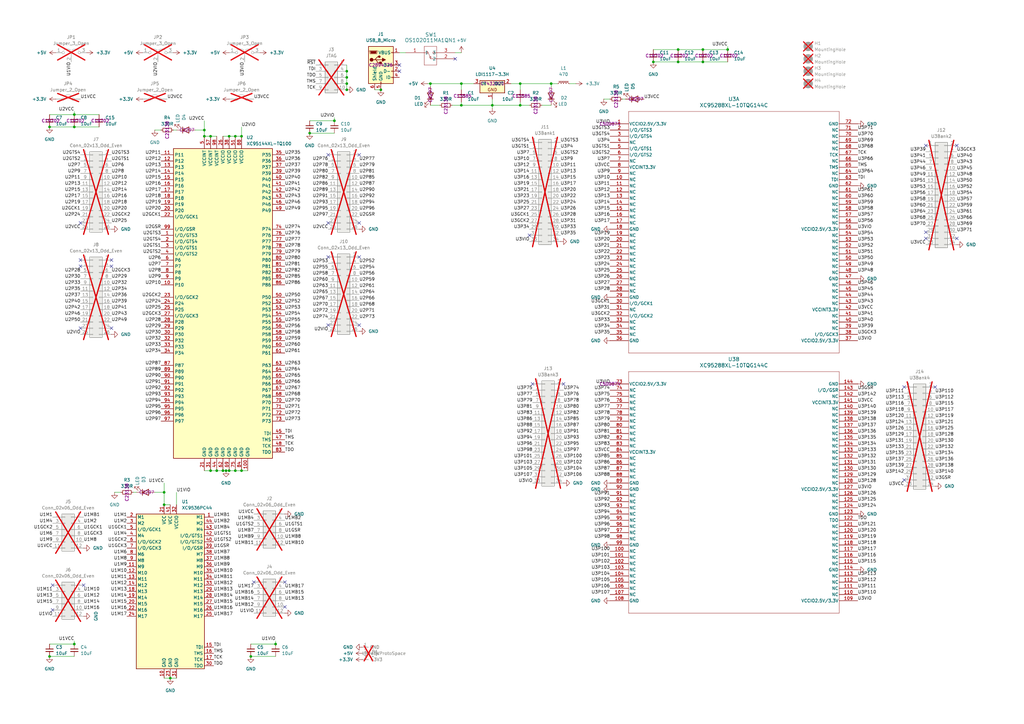
<source format=kicad_sch>
(kicad_sch (version 20250114) (generator "eeschema") (generator_version "9.0")
  (paper "A3")
  (title_block (title "Xilinx CPLD Dev Board for XC95xxXL devices") (date "2025-06-13") (rev "V1.0.0"))
  (junction (at 86.36 193.04))
  (junction (at 93.98 55.88))
  (junction (at 20.32 269.24))
  (junction (at 69.85 278.13))
  (junction (at 213.36 43.18))
  (junction (at 288.29 25.4))
  (junction (at 142.24 29.21))
  (junction (at 189.23 34.29))
  (junction (at 201.93 43.18))
  (junction (at 176.53 34.29))
  (junction (at 226.06 34.29))
  (junction (at 83.82 53.34))
  (junction (at 30.48 52.07))
  (junction (at 102.87 269.24))
  (junction (at 142.24 31.75))
  (junction (at 156.21 36.83))
  (junction (at 91.44 193.04))
  (junction (at 83.82 55.88))
  (junction (at 67.31 201.93))
  (junction (at 298.45 20.32))
  (junction (at 189.23 43.18))
  (junction (at 278.13 25.4))
  (junction (at 288.29 20.32))
  (junction (at 127 54.61))
  (junction (at 88.9 193.04))
  (junction (at 99.06 55.88))
  (junction (at 142.24 34.29))
  (junction (at 137.16 49.53))
  (junction (at 30.48 46.99))
  (junction (at 278.13 20.32))
  (junction (at 30.48 264.16))
  (junction (at 99.06 193.04))
  (junction (at 213.36 34.29))
  (junction (at 86.36 55.88))
  (junction (at 267.97 25.4))
  (junction (at 113.03 264.16))
  (junction (at 92.71 193.04))
  (junction (at 96.52 193.04))
  (junction (at 20.32 52.07))
  (junction (at 142.24 36.83))
  (junction (at 67.31 207.01))
  (junction (at 96.52 55.88))
  (junction (at 93.98 193.04))
  (no_connect (at 231.14 157.48))
  (no_connect (at 33.02 109.22))
  (no_connect (at 21.59 240.03))
  (no_connect (at 45.72 134.62))
  (no_connect (at 147.32 133.35))
  (no_connect (at 392.43 59.69))
  (no_connect (at 147.32 105.41))
  (no_connect (at 147.32 63.5))
  (no_connect (at 379.73 97.79))
  (no_connect (at 134.62 91.44))
  (no_connect (at 34.29 240.03))
  (no_connect (at 163.83 26.67))
  (no_connect (at 379.73 59.69))
  (no_connect (at 104.14 238.76))
  (no_connect (at 370.84 196.85))
  (no_connect (at 21.59 250.19))
  (no_connect (at 45.72 106.68))
  (no_connect (at 33.02 134.62))
  (no_connect (at 218.44 157.48))
  (no_connect (at 33.02 106.68))
  (no_connect (at 33.02 91.44))
  (no_connect (at 186.69 24.13))
  (no_connect (at 116.84 238.76))
  (no_connect (at 134.62 133.35))
  (no_connect (at 217.17 96.52))
  (no_connect (at 116.84 248.92))
  (no_connect (at 134.62 105.41))
  (no_connect (at 392.43 97.79))
  (no_connect (at 147.32 91.44))
  (no_connect (at 383.54 158.75))
  (no_connect (at 370.84 158.75))
  (no_connect (at 134.62 63.5))
  (no_connect (at 45.72 109.22))
  (no_connect (at 379.73 95.25))
  (no_connect (at 163.83 29.21))
  (wire (pts (xy 30.48 52.07) (xy 20.32 52.07)))
  (wire (pts (xy 99.06 193.04) (xy 101.6 193.04)))
  (wire (pts (xy 30.48 269.24) (xy 20.32 269.24)))
  (wire (pts (xy 189.23 36.83) (xy 189.23 34.29)))
  (wire (pts (xy 127 49.53) (xy 137.16 49.53)))
  (wire (pts (xy 67.31 278.13) (xy 69.85 278.13)))
  (wire (pts (xy 142.24 26.67) (xy 142.24 29.21)))
  (wire (pts (xy 236.22 34.29) (xy 233.68 34.29)))
  (wire (pts (xy 137.16 54.61) (xy 127 54.61)))
  (wire (pts (xy 55.88 201.93) (xy 54.61 201.93)))
  (wire (pts (xy 86.36 55.88) (xy 83.82 55.88)))
  (wire (pts (xy 176.53 43.18) (xy 180.34 43.18)))
  (wire (pts (xy 86.36 193.04) (xy 88.9 193.04)))
  (wire (pts (xy 298.45 19.05) (xy 298.45 20.32)))
  (wire (pts (xy 189.23 41.91) (xy 189.23 43.18)))
  (wire (pts (xy 137.16 48.26) (xy 137.16 49.53)))
  (wire (pts (xy 113.03 269.24) (xy 102.87 269.24)))
  (wire (pts (xy 80.01 53.34) (xy 83.82 53.34)))
  (wire (pts (xy 176.53 34.29) (xy 189.23 34.29)))
  (wire (pts (xy 267.97 20.32) (xy 278.13 20.32)))
  (wire (pts (xy 88.9 55.88) (xy 86.36 55.88)))
  (wire (pts (xy 102.87 264.16) (xy 113.03 264.16)))
  (wire (pts (xy 142.24 29.21) (xy 142.24 31.75)))
  (wire (pts (xy 189.23 43.18) (xy 201.93 43.18)))
  (wire (pts (xy 20.32 264.16) (xy 30.48 264.16)))
  (wire (pts (xy 83.82 49.53) (xy 83.82 53.34)))
  (wire (pts (xy 93.98 55.88) (xy 96.52 55.88)))
  (wire (pts (xy 40.64 52.07) (xy 30.48 52.07)))
  (wire (pts (xy 226.06 35.56) (xy 226.06 34.29)))
  (wire (pts (xy 93.98 193.04) (xy 96.52 193.04)))
  (wire (pts (xy 92.71 193.04) (xy 93.98 193.04)))
  (wire (pts (xy 185.42 43.18) (xy 189.23 43.18)))
  (wire (pts (xy 30.48 46.99) (xy 40.64 46.99)))
  (wire (pts (xy 91.44 55.88) (xy 93.98 55.88)))
  (wire (pts (xy 213.36 43.18) (xy 217.17 43.18)))
  (wire (pts (xy 142.24 31.75) (xy 142.24 34.29)))
  (wire (pts (xy 189.23 34.29) (xy 194.31 34.29)))
  (wire (pts (xy 166.37 21.59) (xy 163.83 21.59)))
  (wire (pts (xy 175.26 34.29) (xy 176.53 34.29)))
  (wire (pts (xy 176.53 35.56) (xy 176.53 34.29)))
  (wire (pts (xy 30.48 262.89) (xy 30.48 264.16)))
  (wire (pts (xy 247.65 40.64) (xy 250.19 40.64)))
  (wire (pts (xy 213.36 36.83) (xy 213.36 34.29)))
  (wire (pts (xy 20.32 46.99) (xy 30.48 46.99)))
  (wire (pts (xy 228.6 34.29) (xy 226.06 34.29)))
  (wire (pts (xy 72.39 201.93) (xy 72.39 207.01)))
  (wire (pts (xy 213.36 34.29) (xy 209.55 34.29)))
  (wire (pts (xy 298.45 25.4) (xy 288.29 25.4)))
  (wire (pts (xy 83.82 53.34) (xy 83.82 55.88)))
  (wire (pts (xy 46.99 201.93) (xy 49.53 201.93)))
  (wire (pts (xy 113.03 262.89) (xy 113.03 264.16)))
  (wire (pts (xy 256.54 40.64) (xy 255.27 40.64)))
  (wire (pts (xy 201.93 43.18) (xy 213.36 43.18)))
  (wire (pts (xy 30.48 45.72) (xy 30.48 46.99)))
  (wire (pts (xy 67.31 198.12) (xy 67.31 201.93)))
  (wire (pts (xy 67.31 201.93) (xy 67.31 207.01)))
  (wire (pts (xy 96.52 193.04) (xy 99.06 193.04)))
  (wire (pts (xy 153.67 36.83) (xy 156.21 36.83)))
  (wire (pts (xy 63.5 53.34) (xy 66.04 53.34)))
  (wire (pts (xy 63.5 201.93) (xy 67.31 201.93)))
  (wire (pts (xy 83.82 193.04) (xy 86.36 193.04)))
  (wire (pts (xy 222.25 43.18) (xy 226.06 43.18)))
  (wire (pts (xy 213.36 41.91) (xy 213.36 43.18)))
  (wire (pts (xy 91.44 193.04) (xy 92.71 193.04)))
  (wire (pts (xy 226.06 34.29) (xy 213.36 34.29)))
  (wire (pts (xy 201.93 44.45) (xy 201.93 43.18)))
  (wire (pts (xy 69.85 207.01) (xy 67.31 207.01)))
  (wire (pts (xy 96.52 55.88) (xy 99.06 55.88)))
  (wire (pts (xy 278.13 25.4) (xy 267.97 25.4)))
  (wire (pts (xy 186.69 21.59) (xy 189.23 21.59)))
  (wire (pts (xy 69.85 278.13) (xy 72.39 278.13)))
  (wire (pts (xy 72.39 53.34) (xy 71.12 53.34)))
  (wire (pts (xy 288.29 20.32) (xy 298.45 20.32)))
  (wire (pts (xy 288.29 25.4) (xy 278.13 25.4)))
  (wire (pts (xy 278.13 20.32) (xy 288.29 20.32)))
  (wire (pts (xy 201.93 43.18) (xy 201.93 40.64)))
  (wire (pts (xy 142.24 34.29) (xy 142.24 36.83)))
  (wire (pts (xy 99.06 52.07) (xy 99.06 55.88)))
  (wire (pts (xy 88.9 193.04) (xy 91.44 193.04)))
  (label "U3P24" (at 250.19 109.22 180))
  (label "U1GCK3" (at 34.29 219.71 0))
  (label "U3P56" (at 379.73 80.01 180))
  (label "U3P95" (at 231.14 182.88 0))
  (label "U2P25" (at 45.72 91.44 0))
  (label "U3P82" (at 250.19 180.34 180))
  (label "U2P36" (at 45.72 121.92 0))
  (label "U3P54" (at 392.43 80.01 0))
  (label "U2P67" (at 134.62 123.19 180))
  (label "U2P58" (at 116.84 137.16 0))
  (label "U2P78" (at 116.84 101.6 0))
  (label "U3P96" (at 250.19 215.9 180))
  (label "U2P68" (at 116.84 162.56 0))
  (label "U3P7" (at 217.17 63.5 180))
  (label "U1VIO" (at 113.03 262.89 180))
  (label "U3P43" (at 351.79 124.46 0))
  (label "U3P49" (at 351.79 109.22 0))
  (label "U2P33" (at 66.04 142.24 180))
  (label "U3P69" (at 351.79 58.42 0))
  (label "U2GTS3" (at 45.72 63.5 0))
  (label "U3P48" (at 392.43 72.39 0))
  (label "TDI" (at 87.63 265.43 0))
  (label "U3P33" (at 229.87 93.98 0))
  (label "U1M4" (at 21.59 214.63 180))
  (label "U3P97" (at 231.14 185.42 0))
  (label "U3P124" (at 370.84 173.99 180))
  (label "U2P12" (at 66.04 66.04 180))
  (label "TMS" (at 351.79 68.58 0))
  (label "U3P57" (at 392.43 82.55 0))
  (label "U3P130" (at 383.54 181.61 0))
  (label "U3P22" (at 250.19 104.14 180))
  (label "U1VCC" (at 30.48 262.89 180))
  (label "U2P50" (at 116.84 121.92 0))
  (label "U2GTS1" (at 66.04 101.6 180))
  (label "U3P50" (at 392.43 74.93 0))
  (label "U3P58" (at 351.79 86.36 0))
  (label "U3P110" (at 383.54 161.29 0))
  (label "U2P7" (at 33.02 68.58 180))
  (label "U3P22" (at 229.87 81.28 0))
  (label "U2P89" (at 66.04 152.4 180))
  (label "U1MB15" (at 87.63 247.65 0))
  (label "U3P10" (at 217.17 66.04 180))
  (label "U3P70" (at 351.79 55.88 0))
  (label "U2GTS2" (at 66.04 104.14 180))
  (label "U2P82" (at 134.62 73.66 180))
  (label "U2P40" (at 116.84 73.66 0))
  (label "U3GSR" (at 351.79 160.02 0))
  (label "U2P81" (at 116.84 109.22 0))
  (label "U1MB11" (at 104.14 223.52 180))
  (label "U1M8" (at 34.29 222.25 0))
  (label "U2P37" (at 116.84 68.58 0))
  (label "U3P86" (at 218.44 172.72 180))
  (label "U3P23" (at 217.17 81.28 180))
  (label "U3P139" (at 370.84 191.77 180))
  (label "U3P45" (at 351.79 119.38 0))
  (label "U2P29" (at 66.04 134.62 180))
  (label "U2P82" (at 116.84 111.76 0))
  (label "U3P61" (at 392.43 87.63 0))
  (label "U2P11" (at 33.02 73.66 180))
  (label "U1MB17" (at 87.63 252.73 0))
  (label "U3P9" (at 229.87 66.04 0))
  (label "U3P14" (at 217.17 71.12 180))
  (label "U3VCC" (at 370.84 199.39 180))
  (label "U2P42" (at 116.84 78.74 0))
  (label "U2P14" (at 45.72 78.74 0))
  (label "U2P61" (at 147.32 118.11 0))
  (label "U2P30" (at 66.04 137.16 180))
  (label "U2VIO" (at 134.62 135.89 180))
  (label "U2P80" (at 134.62 71.12 180))
  (label "U3P34" (at 217.17 93.98 180))
  (label "U3P104" (at 231.14 193.04 0))
  (label "U3VIO" (at 100.33 25.4 270))
  (label "U3P60" (at 351.79 81.28 0))
  (label "U1MB1" (at 34.29 212.09 0))
  (label "U2P43" (at 116.84 81.28 0))
  (label "U3P129" (at 370.84 179.07 180))
  (label "U1M2" (at 52.07 214.63 180))
  (label "U1VIO" (at 104.14 251.46 180))
  (label "U2P6" (at 45.72 68.58 0))
  (label "U3VIO" (at 351.79 200.66 0))
  (label "U2P95" (at 66.04 167.64 180))
  (label "U1M12" (at 52.07 240.03 180))
  (label "U3P116" (at 370.84 166.37 180))
  (label "U3P44" (at 351.79 121.92 0))
  (label "U2P70" (at 134.62 125.73 180))
  (label "U3P131" (at 370.84 181.61 180))
  (label "U2P72" (at 134.62 128.27 180))
  (label "U3P121" (at 351.79 215.9 0))
  (label "U2P74" (at 116.84 93.98 0))
  (label "U2VCC" (at 30.48 45.72 180))
  (label "U2P11" (at 66.04 63.5 180))
  (label "U3VIO" (at 351.79 246.38 0))
  (label "U3P124" (at 351.79 208.28 0))
  (label "U3P140" (at 351.79 167.64 0))
  (label "U3P81" (at 218.44 167.64 180))
  (label "U2P87" (at 66.04 149.86 180))
  (label "U3VIO" (at 351.79 93.98 0))
  (label "U3P128" (at 351.79 198.12 0))
  (label "U3P45" (at 392.43 69.85 0))
  (label "U3P14" (at 250.19 83.82 180))
  (label "U3P97" (at 250.19 218.44 180))
  (label "U1M11" (at 52.07 237.49 180))
  (label "U2P19" (at 33.02 83.82 180))
  (label "U3P96" (at 218.44 182.88 180))
  (label "U1M13" (at 52.07 242.57 180))
  (label "U3P78" (at 231.14 165.1 0))
  (label "U1M10" (at 34.29 242.57 0))
  (label "U1VCC" (at 104.14 210.82 180))
  (label "U3GCK2" (at 217.17 91.44 180))
  (label "U2P41" (at 116.84 76.2 0))
  (label "U1M12" (at 34.29 245.11 0))
  (label "U3P34" (at 250.19 134.62 180))
  (label "U3P131" (at 351.79 190.5 0))
  (label "U1MB1" (at 87.63 212.09 0))
  (label "U3P11" (at 229.87 68.58 0))
  (label "U3P98" (at 218.44 185.42 180))
  (label "TCK" (at 116.84 182.88 0))
  (label "U3P54" (at 351.79 96.52 0))
  (label "U2P87" (at 147.32 76.2 0))
  (label "U2P91" (at 66.04 157.48 180))
  (label "U3VCC" (at 104.14 40.64 0))
  (label "U2P49" (at 45.72 132.08 0))
  (label "U3VIO" (at 351.79 139.7 0))
  (label "U2P17" (at 66.04 78.74 180))
  (label "U2P34" (at 66.04 144.78 180))
  (label "U3P116" (at 351.79 228.6 0))
  (label "U2P10" (at 66.04 116.84 180))
  (label "U3P41" (at 379.73 64.77 180))
  (label "U3P138" (at 383.54 191.77 0))
  (label "U3P136" (at 383.54 189.23 0))
  (label "U3P23" (at 250.19 106.68 180))
  (label "U3VCC" (at 250.19 68.58 180))
  (label "U1GTS1" (at 87.63 219.71 0))
  (label "TMS" (at 116.84 180.34 0))
  (label "U3P129" (at 351.79 195.58 0))
  (label "U3P105" (at 250.19 238.76 180))
  (label "U2P90" (at 147.32 78.74 0))
  (label "U3P125" (at 383.54 176.53 0))
  (label "U1M2" (at 34.29 214.63 0))
  (label "U2P91" (at 134.62 81.28 180))
  (label "U2P35" (at 116.84 63.5 0))
  (label "U1VCC" (at 67.31 198.12 180))
  (label "U1MB10" (at 87.63 234.95 0))
  (label "U2P14" (at 66.04 71.12 180))
  (label "U3P57" (at 351.79 88.9 0))
  (label "U3VIO" (at 218.44 198.12 180))
  (label "U1MB10" (at 116.84 223.52 0))
  (label "U3P13" (at 250.19 81.28 180))
  (label "U2P66" (at 147.32 123.19 0))
  (label "U2P86" (at 134.62 76.2 180))
  (label "U2P50" (at 33.02 132.08 180))
  (label "U3P87" (at 231.14 175.26 0))
  (label "U3P40" (at 351.79 132.08 0))
  (label "U1M15" (at 21.59 247.65 180))
  (label "U3P31" (at 250.19 127 180))
  (label "U3GTS2" (at 250.19 63.5 180))
  (label "U2P60" (at 134.62 115.57 180))
  (label "U2P55" (at 116.84 132.08 0))
  (label "U2VCC" (at 68.58 40.64 0))
  (label "U2P96" (at 66.04 170.18 180))
  (label "U3P27" (at 250.19 116.84 180))
  (label "U3P11" (at 250.19 76.2 180))
  (label "U3P26" (at 250.19 114.3 180))
  (label "U2P77" (at 116.84 99.06 0))
  (label "U1GCK1" (at 52.07 217.17 180))
  (label "U3P75" (at 250.19 162.56 180))
  (label "U2P43" (at 45.72 129.54 0))
  (label "U2GTS3" (at 66.04 96.52 180))
  (label "U1MB2" (at 116.84 213.36 0))
  (label "U3GCK1" (at 250.19 124.46 180))
  (label "U2P92" (at 147.32 81.28 0))
  (label "U2P17" (at 33.02 81.28 180))
  (label "U2VCC" (at 83.82 49.53 180))
  (label "U1M1" (at 21.59 212.09 180))
  (label "U2P90" (at 66.04 154.94 180))
  (label "U2P79" (at 116.84 104.14 0))
  (label "U3GTS3" (at 250.19 53.34 180))
  (label "U3P15" (at 229.87 73.66 0))
  (label "U3P12" (at 217.17 68.58 180))
  (label "U3VCC" (at 250.19 185.42 180))
  (label "U3P56" (at 351.79 91.44 0))
  (label "U1GTS2" (at 104.14 215.9 180))
  (label "U2P13" (at 66.04 68.58 180))
  (label "U3P85" (at 250.19 187.96 180))
  (label "U3P136" (at 351.79 177.8 0))
  (label "U2P72" (at 116.84 170.18 0))
  (label "U3GTS1" (at 250.19 60.96 180))
  (label "U2P18" (at 66.04 81.28 180))
  (label "U2P77" (at 147.32 66.04 0))
  (label "U2P52" (at 147.32 107.95 0))
  (label "U1M16" (at 52.07 250.19 180))
  (label "U2P53" (at 116.84 127 0))
  (label "U1M15" (at 52.07 247.65 180))
  (label "U3P70" (at 379.73 92.71 180))
  (label "U3P76" (at 231.14 162.56 0))
  (label "U1M6" (at 21.59 219.71 180))
  (label "U2P56" (at 116.84 134.62 0))
  (label "U2P96" (at 147.32 86.36 0))
  (label "U3P87" (at 250.19 193.04 180))
  (label "TDO" (at 351.79 213.36 0))
  (label "U2P97" (at 66.04 172.72 180))
  (label "U2VIO" (at 33.02 137.16 180))
  (label "U2P7" (at 66.04 109.22 180))
  (label "U2GCK3" (at 66.04 129.54 180))
  (label "U2P16" (at 66.04 76.2 180))
  (label "U3P92" (at 218.44 177.8 180))
  (label "U2P52" (at 116.84 124.46 0))
  (label "U1MB16" (at 104.14 243.84 180))
  (label "U3P10" (at 250.19 73.66 180))
  (label "U2P40" (at 33.02 124.46 180))
  (label "U3GTS1" (at 217.17 60.96 180))
  (label "U3P100" (at 250.19 226.06 180))
  (label "U2GTS1" (at 45.72 66.04 0))
  (label "U3P115" (at 351.79 231.14 0))
  (label "U2VIO" (at 137.16 48.26 180))
  (label "U2P37" (at 33.02 121.92 180))
  (label "U3P71" (at 392.43 95.25 0))
  (label "U1MB7" (at 104.14 218.44 180))
  (label "U2P30" (at 33.02 114.3 180))
  (label "U3P86" (at 250.19 190.5 180))
  (label "U2P32" (at 66.04 139.7 180))
  (label "U3GSR" (at 383.54 196.85 0))
  (label "U1MB2" (at 87.63 214.63 0))
  (label "U2P60" (at 116.84 142.24 0))
  (label "U3P119" (at 351.79 220.98 0))
  (label "U3P88" (at 250.19 195.58 180))
  (label "U3P134" (at 383.54 186.69 0))
  (label "U3P48" (at 351.79 111.76 0))
  (label "U2P36" (at 116.84 66.04 0))
  (label "U1M6" (at 52.07 227.33 180))
  (label "U3P98" (at 250.19 220.98 180))
  (label "U3P76" (at 250.19 165.1 180))
  (label "U3VCC" (at 264.16 40.64 0))
  (label "U3P20" (at 229.87 78.74 0))
  (label "U1VCC" (at 21.59 224.79 180))
  (label "U2P13" (at 33.02 76.2 180))
  (label "U2P73" (at 147.32 130.81 0))
  (label "U2GTS4" (at 33.02 63.5 180))
  (label "U1MB8" (at 87.63 229.87 0))
  (label "U2P42" (at 33.02 127 180))
  (label "U2P73" (at 116.84 172.72 0))
  (label "U2GCK1" (at 66.04 88.9 180))
  (label "U3P137" (at 370.84 189.23 180))
  (label "U3P71" (at 351.79 53.34 0))
  (label "U1M17" (at 52.07 252.73 180))
  (label "U2P25" (at 66.04 127 180))
  (label "U2P10" (at 45.72 73.66 0))
  (label "U1VIO" (at 72.39 201.93 0))
  (label "U1MB14" (at 104.14 246.38 180))
  (label "U1GSR" (at 116.84 218.44 0))
  (label "U1M9" (at 52.07 232.41 180))
  (label "U2P68" (at 147.32 125.73 0))
  (label "U3P24" (at 229.87 83.82 0))
  (label "U2P35" (at 33.02 119.38 180))
  (label "U3P78" (at 250.19 170.18 180))
  (label "U3P74" (at 231.14 160.02 0))
  (label "U3P53" (at 351.79 99.06 0))
  (label "U1M8" (at 52.07 229.87 180))
  (label "U3P28" (at 229.87 88.9 0))
  (label "U2P55" (at 134.62 110.49 180))
  (label "U2P12" (at 45.72 76.2 0))
  (label "U1MB8" (at 116.84 220.98 0))
  (label "U3P83" (at 250.19 182.88 180))
  (label "U1M11" (at 21.59 242.57 180))
  (label "U3P117" (at 351.79 226.06 0))
  (label "U3P92" (at 250.19 205.74 180))
  (label "U3P113" (at 351.79 236.22 0))
  (label "U3P68" (at 379.73 90.17 180))
  (label "U2P15" (at 66.04 73.66 180))
  (label "U2P46" (at 33.02 129.54 180))
  (label "U3P60" (at 379.73 85.09 180))
  (label "U1VCC" (at 33.02 40.64 0))
  (label "U3GCK3" (at 392.43 62.23 0))
  (label "U1MB17" (at 116.84 241.3 0))
  (label "U1GCK2" (at 21.59 217.17 180))
  (label "U3P35" (at 229.87 96.52 0))
  (label "U1MB13" (at 87.63 242.57 0))
  (label "U3GTS4" (at 217.17 58.42 180))
  (label "U3GCK3" (at 351.79 137.16 0))
  (label "U2P53" (at 134.62 107.95 180))
  (label "U2GCK2" (at 66.04 121.92 180))
  (label "U3P94" (at 250.19 210.82 180))
  (label "U2P41" (at 45.72 127 0))
  (label "U2P8" (at 45.72 71.12 0))
  (label "U1MB11" (at 87.63 237.49 0))
  (label "U1GCK2" (at 52.07 222.25 180))
  (label "U3P51" (at 379.73 74.93 180))
  (label "U1M4" (at 52.07 219.71 180))
  (label "U3P110" (at 351.79 243.84 0))
  (label "U3P75" (at 218.44 160.02 180))
  (label "U1MB16" (at 87.63 250.19 0))
  (label "U3VCC" (at 298.45 19.05 180))
  (label "U3P16" (at 250.19 88.9 180))
  (label "U2P93" (at 134.62 83.82 180))
  (label "U3P135" (at 370.84 186.69 180))
  (label "U3P39" (at 351.79 134.62 0))
  (label "U3P101" (at 218.44 187.96 180))
  (label "U3P100" (at 231.14 187.96 0))
  (label "U3VIO" (at 250.19 157.48 180))
  (label "TCK" (at 87.63 270.51 0))
  (label "U3P125" (at 351.79 205.74 0))
  (label "U3P111" (at 370.84 161.29 180))
  (label "U3P77" (at 250.19 167.64 180))
  (label "U3P41" (at 351.79 129.54 0))
  (label "U3P128" (at 383.54 179.07 0))
  (label "TDI" (at 116.84 177.8 0))
  (label "U2GSR" (at 66.04 93.98 180))
  (label "U2VCC" (at 33.02 93.98 180))
  (label "U2P95" (at 134.62 86.36 180))
  (label "U2P46" (at 116.84 83.82 0))
  (label "U3P28" (at 250.19 119.38 180))
  (label "TDO" (at 129.54 31.75 180))
  (label "U2P58" (at 134.62 113.03 180))
  (label "U3P50" (at 351.79 106.68 0))
  (label "U3P135" (at 351.79 180.34 0))
  (label "U1M14" (at 34.29 247.65 0))
  (label "U2P39" (at 45.72 124.46 0))
  (label "U3VIO" (at 217.17 99.06 180))
  (label "U3P133" (at 351.79 185.42 0))
  (label "U3P9" (at 250.19 71.12 180))
  (label "U1GTS1" (at 116.84 215.9 0))
  (label "U1VIO" (at 21.59 252.73 180))
  (label "~{RST}" (at 129.54 26.67 180))
  (label "U2P76" (at 134.62 66.04 180))
  (label "U3P25" (at 250.19 111.76 180))
  (label "U2P89" (at 134.62 78.74 180))
  (label "U2P74" (at 134.62 130.81 180))
  (label "TDO" (at 116.84 185.42 0))
  (label "U3P52" (at 392.43 77.47 0))
  (label "U1M14" (at 52.07 245.11 180))
  (label "U3P69" (at 392.43 92.71 0))
  (label "U2P80" (at 116.84 106.68 0))
  (label "U3P102" (at 231.14 190.5 0))
  (label "U1MB9" (at 104.14 220.98 180))
  (label "U3P80" (at 250.19 175.26 180))
  (label "U3P59" (at 392.43 85.09 0))
  (label "U2P93" (at 66.04 162.56 180))
  (label "U2P6" (at 66.04 106.68 180))
  (label "U3P77" (at 218.44 162.56 180))
  (label "U2P63" (at 134.62 118.11 180))
  (label "U3P66" (at 351.79 66.04 0))
  (label "U3P82" (at 231.14 170.18 0))
  (label "U2P28" (at 33.02 111.76 180))
  (label "U3P113" (at 370.84 163.83 180))
  (label "U2GTS4" (at 66.04 99.06 180))
  (label "U3P115" (at 383.54 166.37 0))
  (label "TCK" (at 129.54 36.83 180))
  (label "U2P79" (at 147.32 68.58 0))
  (label "U3P64" (at 351.79 71.12 0))
  (label "U3P17" (at 229.87 76.2 0))
  (label "U2P33" (at 33.02 116.84 180))
  (label "U3P43" (at 392.43 67.31 0))
  (label "U3P44" (at 379.73 67.31 180))
  (label "U1GCK3" (at 52.07 224.79 180))
  (label "U2P78" (at 134.62 68.58 180))
  (label "U2P71" (at 116.84 167.64 0))
  (label "U3P120" (at 351.79 218.44 0))
  (label "U3P15" (at 250.19 86.36 180))
  (label "U3P74" (at 250.19 160.02 180))
  (label "U3P112" (at 383.54 163.83 0))
  (label "U3P79" (at 250.19 172.72 180))
  (label "U3P31" (at 229.87 91.44 0))
  (label "U3P95" (at 250.19 213.36 180))
  (label "U3P7" (at 250.19 66.04 180))
  (label "U2P9" (at 33.02 71.12 180))
  (label "U2P59" (at 116.84 139.7 0))
  (label "U3P140" (at 383.54 194.31 0))
  (label "U3P53" (at 379.73 77.47 180))
  (label "U1M9" (at 21.59 222.25 180))
  (label "U1MB12" (at 104.14 248.92 180))
  (label "U1M1" (at 52.07 212.09 180))
  (label "U3P80" (at 231.14 167.64 0))
  (label "U3P83" (at 218.44 170.18 180))
  (label "U3P118" (at 370.84 168.91 180))
  (label "U3P25" (at 217.17 83.82 180))
  (label "U1GTS2" (at 87.63 222.25 0))
  (label "U2P63" (at 116.84 149.86 0))
  (label "U3P106" (at 250.19 241.3 180))
  (label "U3P137" (at 351.79 175.26 0))
  (label "U2P54" (at 116.84 129.54 0))
  (label "U3P94" (at 218.44 180.34 180))
  (label "U2P29" (at 45.72 114.3 0))
  (label "U2P24" (at 33.02 88.9 180))
  (label "U2P66" (at 116.84 157.48 0))
  (label "U3P133" (at 370.84 184.15 180))
  (label "U3P17" (at 250.19 91.44 180))
  (label "U2P64" (at 116.84 152.4 0))
  (label "U2P64" (at 147.32 120.65 0))
  (label "U2P16" (at 45.72 81.28 0))
  (label "U1M16" (at 34.29 250.19 0))
  (label "U3P103" (at 218.44 190.5 180))
  (label "U2P39" (at 116.84 71.12 0))
  (label "U2P34" (at 45.72 119.38 0))
  (label "U3P111" (at 351.79 241.3 0))
  (label "U2P65" (at 134.62 120.65 180))
  (label "U3P52" (at 351.79 101.6 0))
  (label "U3GTS3" (at 229.87 58.42 0))
  (label "U3P132" (at 351.79 187.96 0))
  (label "U3P91" (at 250.19 203.2 180))
  (label "U3P104" (at 250.19 236.22 180))
  (label "TDO" (at 87.63 273.05 0))
  (label "U3P102" (at 250.19 231.14 180))
  (label "U2P8" (at 66.04 111.76 180))
  (label "U3P16" (at 217.17 73.66 180))
  (label "U2P70" (at 116.84 165.1 0))
  (label "U3P139" (at 351.79 170.18 0))
  (label "U3VIO" (at 250.19 50.8 180))
  (label "U3P33" (at 250.19 132.08 180))
  (label "TDI" (at 351.79 73.66 0))
  (label "U2P20" (at 45.72 86.36 0))
  (label "U3GCK2" (at 250.19 129.54 180))
  (label "U3P126" (at 370.84 176.53 180))
  (label "U3GTS2" (at 229.87 63.5 0))
  (label "U2P85" (at 147.32 73.66 0))
  (label "U3P58" (at 379.73 82.55 180))
  (label "TMS" (at 129.54 34.29 180))
  (label "U3P126" (at 351.79 203.2 0))
  (label "U3P138" (at 351.79 172.72 0))
  (label "U1MB4" (at 104.14 213.36 180))
  (label "U3P21" (at 250.19 101.6 180))
  (label "U2P85" (at 116.84 114.3 0))
  (label "U3P26" (at 229.87 86.36 0))
  (label "U3P19" (at 250.19 96.52 180))
  (label "U2P71" (at 147.32 128.27 0))
  (label "U1MB12" (at 87.63 240.03 0))
  (label "U3P4" (at 229.87 60.96 0))
  (label "U1GCK1" (at 34.29 217.17 0))
  (label "U3P103" (at 250.19 233.68 180))
  (label "U2P54" (at 147.32 110.49 0))
  (label "U1VIO" (at 29.21 25.4 270))
  (label "U2P49" (at 116.84 86.36 0))
  (label "U3P101" (at 250.19 228.6 180))
  (label "U2P94" (at 147.32 83.82 0))
  (label "U3P134" (at 351.79 182.88 0))
  (label "U3P121" (at 383.54 173.99 0))
  (label "U3P21" (at 217.17 78.74 180))
  (label "U2VIO" (at 64.77 25.4 270))
  (label "U3P4" (at 250.19 58.42 180))
  (label "U3P142" (at 351.79 162.56 0))
  (label "U3P39" (at 379.73 62.23 180))
  (label "U3P112" (at 351.79 238.76 0))
  (label "U3VCC" (at 379.73 100.33 180))
  (label "U3P35" (at 250.19 137.16 180))
  (label "U2P19" (at 66.04 83.82 180))
  (label "U3P68" (at 351.79 60.96 0))
  (label "U3P40" (at 392.43 64.77 0))
  (label "U3P91" (at 231.14 177.8 0))
  (label "U3P19" (at 217.17 76.2 180))
  (label "U3P142" (at 370.84 194.31 180))
  (label "U2P61" (at 116.84 144.78 0))
  (label "U2P9" (at 66.04 114.3 180))
  (label "U2P28" (at 66.04 132.08 180))
  (label "U3P93" (at 250.19 208.28 180))
  (label "U2GSR" (at 147.32 88.9 0))
  (label "U2P65" (at 116.84 154.94 0))
  (label "U3P117" (at 383.54 168.91 0))
  (label "U2P20" (at 66.04 86.36 180))
  (label "U2P97" (at 134.62 88.9 180))
  (label "U3P61" (at 351.79 78.74 0))
  (label "U1M17" (at 104.14 241.3 180))
  (label "U2P18" (at 45.72 83.82 0))
  (label "U3P81" (at 250.19 177.8 180))
  (label "U3P46" (at 351.79 116.84 0))
  (label "U3VCC" (at 351.79 127 0))
  (label "U2P81" (at 147.32 71.12 0))
  (label "U3GTS4" (at 250.19 55.88 180))
  (label "U3P64" (at 379.73 87.63 180))
  (label "U2P86" (at 116.84 116.84 0))
  (label "U3P106" (at 231.14 195.58 0))
  (label "U2P76" (at 116.84 96.52 0))
  (label "U2GCK3" (at 45.72 111.76 0))
  (label "U3P132" (at 383.54 184.15 0))
  (label "U2P94" (at 66.04 165.1 180))
  (label "U1MB14" (at 87.63 245.11 0))
  (label "U2GCK2" (at 45.72 88.9 0))
  (label "U3P46" (at 379.73 69.85 180))
  (label "U3P79" (at 218.44 165.1 180))
  (label "U3P85" (at 231.14 172.72 0))
  (label "U1MB7" (at 87.63 227.33 0))
  (label "TCK" (at 351.79 63.5 0))
  (label "U2P59" (at 147.32 115.57 0))
  (label "U3VCC" (at 351.79 165.1 0))
  (label "U2P56" (at 147.32 113.03 0))
  (label "U3P13" (at 229.87 71.12 0))
  (label "U3P88" (at 218.44 175.26 180))
  (label "U3P51" (at 351.79 104.14 0))
  (label "U1M10" (at 52.07 234.95 180))
  (label "U3P93" (at 231.14 180.34 0))
  (label "U1MB9" (at 87.63 232.41 0))
  (label "U1MB4" (at 87.63 217.17 0))
  (label "U1M13" (at 21.59 245.11 180))
  (label "U3P20" (at 250.19 99.06 180))
  (label "U3P119" (at 383.54 171.45 0))
  (label "U2GCK1" (at 33.02 86.36 180))
  (label "TDI" (at 129.54 29.21 180))
  (label "U3P130" (at 351.79 193.04 0))
  (label "U2P32" (at 45.72 116.84 0))
  (label "U3P12" (at 250.19 78.74 180))
  (label "U2P24" (at 66.04 124.46 180))
  (label "U3P59" (at 351.79 83.82 0))
  (label "U3P118" (at 351.79 223.52 0))
  (label "U2GTS2" (at 33.02 66.04 180))
  (label "U3P49" (at 379.73 72.39 180))
  (label "TMS" (at 87.63 267.97 0))
  (label "U1GSR" (at 87.63 224.79 0))
  (label "U3P105" (at 218.44 193.04 180))
  (label "U3P27" (at 217.17 86.36 180))
  (label "U3P66" (at 392.43 90.17 0))
  (label "U1MB15" (at 116.84 243.84 0))
  (label "U2P67" (at 116.84 160.02 0))
  (label "U3P107" (at 218.44 195.58 180))
  (label "U3GCK1" (at 217.17 88.9 180))
  (label "U2P92" (at 66.04 160.02 180))
  (label "U3P120" (at 370.84 171.45 180))
  (label "U2P15" (at 33.02 78.74 180))
  (label "U2VIO" (at 99.06 52.07 0))
  (label "U3P107" (at 250.19 243.84 180))
  (label "U1MB13" (at 116.84 246.38 0))
  (label "U2VCC" (at 134.62 93.98 180))
  (symbol (lib_id "power:GND") (at 34.29 252.73 90) (mirror x) (unit 1)
    (property "Reference" "#PWR024" (effects (hide yes)))
    (property "Value" "GND" (at 39.37 252.73 0))
    (property "Description" "Power symbol creates a global label with name \"GND\" , ground" (effects (hide yes)))
  )
  (symbol (lib_id "power:+3.3V") (at 58.42 40.64 90) (unit 1)
    (property "Reference" "#PWR029" (effects (hide yes)))
    (property "Value" "+3.3V" (at 54.61 40.6399 90) (effects (justify left)))
    (property "Description" "Power symbol creates a global label with name \"+3.3V\"" (effects (hide yes)))
  )
  (symbol (lib_id "power:GND") (at 231.14 198.12 90) (unit 1)
    (property "Reference" "#PWR045" (effects (hide yes)))
    (property "Value" "GND" (at 234.95 198.1199 90) (effects (justify right)))
    (property "Description" "Power symbol creates a global label with name \"GND\" , ground" (effects (hide yes)))
  )
  (symbol (lib_id "power:GND") (at 63.5 53.34 0) (unit 1)
    (property "Reference" "#PWR042" (effects (hide yes)))
    (property "Value" "GND" (at 63.5 58.42 0))
    (property "Description" "Power symbol creates a global label with name \"GND\" , ground" (effects (hide yes)))
  )
  (symbol (lib_id "Library:ProtoBlock") (at 157.48 267.97 0) (unit 1) (in_bom no) (dnp yes)
    (property "Reference" "P1" (at 152.4 267.3349 0) (effects (justify left)))
    (property "Value" "~" (at 152.4 269.24 0) (effects (justify left)))
    (property "Footprint" "Library:ProtoSpace" (at 157.48 267.97 0))
  )
  (symbol (lib_id "Device:R_Small") (at 52.07 201.93 90) (unit 1)
    (property "Reference" "R3" (at 52.07 196.85 90))
    (property "Value" "330R" (at 52.07 199.39 90))
    (property "Footprint" "PCM_Resistor_SMD_AKL:R_0603_1608Metric" (effects (hide yes)))
    (property "Description" "Resistor, small symbol" (effects (hide yes)))
    (property "LCSC" "C23138" (at 52.07 201.93 0))
  )
  (symbol (lib_id "Device:C_Small") (at 288.29 22.86 0) (unit 1)
    (property "Reference" "C13" (at 290.83 21.5962 0) (effects (justify left)))
    (property "Value" "10uF" (at 290.83 24.1362 0) (effects (justify left)))
    (property "Footprint" "Capacitor_SMD:C_0603_1608Metric" (effects (hide yes)))
    (property "Description" "Unpolarized capacitor, small symbol" (effects (hide yes)))
    (property "LCSC" " C19702" (at 288.29 22.86 0))
  )
  (symbol (lib_id "Device:C_Small") (at 102.87 266.7 0) (unit 1)
    (property "Reference" "C5" (at 105.41 265.4362 0) (effects (justify left)))
    (property "Value" "10uF" (at 105.41 267.9762 0) (effects (justify left)))
    (property "Footprint" "Capacitor_THT:C_Disc_D3.0mm_W1.6mm_P2.50mm" (effects (hide yes)))
    (property "Description" "Unpolarized capacitor, small symbol" (effects (hide yes)))
  )
  (symbol (lib_id "Connector_Generic:Conn_02x06_Odd_Even") (at 109.22 243.84 0) (unit 1) (dnp yes)
    (property "Reference" "J4" (at 110.49 232.41 0))
    (property "Value" "Conn_02x06_Odd_Even" (at 110.49 234.95 0))
    (property "Footprint" "Connector_PinHeader_2.54mm:PinHeader_2x06_P2.54mm_Vertical" (effects (hide yes)))
    (property "Description" "Generic connector, double row, 02x06, odd/even pin numbering scheme (row 1 odd numbers, row 2 even numbers), script generated (kicad-library-utils/schlib/autogen/connector/)" (effects (hide yes)))
  )
  (symbol (lib_id "power:+3.3V") (at 148.59 270.51 90) (unit 1)
    (property "Reference" "#PWR050" (effects (hide yes)))
    (property "Value" "+3.3V" (at 144.78 270.5099 90) (effects (justify left)))
    (property "Description" "Power symbol creates a global label with name \"+3.3V\"" (effects (hide yes)))
  )
  (symbol (lib_id "Device:C_Small") (at 113.03 266.7 0) (unit 1)
    (property "Reference" "C6" (at 115.57 265.4362 0) (effects (justify left)))
    (property "Value" "10uF" (at 115.57 267.9762 0) (effects (justify left)))
    (property "Footprint" "Capacitor_THT:C_Disc_D3.0mm_W1.6mm_P2.50mm" (effects (hide yes)))
    (property "Description" "Unpolarized capacitor, small symbol" (effects (hide yes)))
  )
  (symbol (lib_id "power:GND") (at 102.87 269.24 0) (unit 1)
    (property "Reference" "#PWR031" (effects (hide yes)))
    (property "Value" "GND" (at 102.87 274.32 0))
    (property "Description" "Power symbol creates a global label with name \"GND\" , ground" (effects (hide yes)))
  )
  (symbol (lib_id "power:+3.3V") (at 35.56 21.59 270) (unit 1)
    (property "Reference" "#PWR034" (effects (hide yes)))
    (property "Value" "+3.3V" (at 39.37 21.5899 90) (effects (justify left)))
    (property "Description" "Power symbol creates a global label with name \"+3.3V\"" (effects (hide yes)))
  )
  (symbol (lib_id "power:GND") (at 250.19 121.92 270) (unit 1)
    (property "Reference" "#PWR010" (effects (hide yes)))
    (property "Value" "GND" (at 246.38 121.9199 90) (effects (justify right)))
    (property "Description" "Power symbol creates a global label with name \"GND\" , ground" (effects (hide yes)))
  )
  (symbol (lib_id "Connector_Generic:Conn_02x06_Odd_Even") (at 26.67 217.17 0) (unit 1) (dnp yes)
    (property "Reference" "J5" (at 27.94 205.74 0))
    (property "Value" "Conn_02x06_Odd_Even" (at 27.94 208.28 0))
    (property "Footprint" "Connector_PinHeader_2.54mm:PinHeader_2x06_P2.54mm_Vertical" (effects (hide yes)))
    (property "Description" "Generic connector, double row, 02x06, odd/even pin numbering scheme (row 1 odd numbers, row 2 even numbers), script generated (kicad-library-utils/schlib/autogen/connector/)" (effects (hide yes)))
  )
  (symbol (lib_id "power:GND") (at 229.87 99.06 90) (unit 1)
    (property "Reference" "#PWR043" (effects (hide yes)))
    (property "Value" "GND" (at 233.68 99.0599 90) (effects (justify right)))
    (property "Description" "Power symbol creates a global label with name \"GND\" , ground" (effects (hide yes)))
  )
  (symbol (lib_id "power:GND") (at 69.85 278.13 0) (unit 1)
    (property "Reference" "#PWR03" (effects (hide yes)))
    (property "Value" "GND" (at 69.85 283.21 0))
    (property "Description" "Power symbol creates a global label with name \"GND\" , ground" (effects (hide yes)))
  )
  (symbol (lib_id "Jumper:Jumper_2_Open") (at 99.06 40.64 0) (unit 1) (exclude_from_sim yes) (dnp yes)
    (property "Reference" "JP6" (at 99.06 34.29 0))
    (property "Value" "Jumper_2_Open" (at 99.06 36.83 0))
    (property "Footprint" "Connector_PinHeader_2.54mm:PinHeader_1x02_P2.54mm_Vertical" (effects (hide yes)))
    (property "Description" "Jumper, 2-pole, open" (effects (hide yes)))
  )
  (symbol (lib_id "power:+3.3V") (at 106.68 21.59 270) (unit 1)
    (property "Reference" "#PWR038" (effects (hide yes)))
    (property "Value" "+3.3V" (at 110.49 21.5899 90) (effects (justify left)))
    (property "Description" "Power symbol creates a global label with name \"+3.3V\"" (effects (hide yes)))
  )
  (symbol (lib_id "power:GND") (at 392.43 100.33 90) (unit 1)
    (property "Reference" "#PWR044" (effects (hide yes)))
    (property "Value" "GND" (at 396.24 100.3299 90) (effects (justify right)))
    (property "Description" "Power symbol creates a global label with name \"GND\" , ground" (effects (hide yes)))
  )
  (symbol (lib_id "power:GND") (at 250.19 246.38 270) (unit 1)
    (property "Reference" "#PWR05" (effects (hide yes)))
    (property "Value" "GND" (at 246.38 246.3799 90) (effects (justify right)))
    (property "Description" "Power symbol creates a global label with name \"GND\" , ground" (effects (hide yes)))
  )
  (symbol (lib_id "Device:C_Small") (at 137.16 52.07 0) (unit 1)
    (property "Reference" "C10" (at 139.7 50.8062 0) (effects (justify left)))
    (property "Value" "10uF" (at 139.7 53.3462 0) (effects (justify left)))
    (property "Footprint" "Capacitor_THT:C_Disc_D3.0mm_W1.6mm_P2.50mm" (effects (hide yes)))
    (property "Description" "Unpolarized capacitor, small symbol" (effects (hide yes)))
  )
  (symbol (lib_id "power:+5V") (at 175.26 34.29 90) (unit 1)
    (property "Reference" "#PWR019" (effects (hide yes)))
    (property "Value" "+5V" (at 171.45 34.2899 90) (effects (justify left)))
    (property "Description" "Power symbol creates a global label with name \"+5V\"" (effects (hide yes)))
  )
  (symbol (lib_id "Connector_Generic:Conn_02x06_Odd_Even") (at 109.22 215.9 0) (unit 1) (dnp yes)
    (property "Reference" "J2" (at 110.49 204.47 0))
    (property "Value" "Conn_02x06_Odd_Even" (at 110.49 207.01 0))
    (property "Footprint" "Connector_PinHeader_2.54mm:PinHeader_2x06_P2.54mm_Vertical" (effects (hide yes)))
    (property "Description" "Generic connector, double row, 02x06, odd/even pin numbering scheme (row 1 odd numbers, row 2 even numbers), script generated (kicad-library-utils/schlib/autogen/connector/)" (effects (hide yes)))
  )
  (symbol (lib_id "Connector_Generic:Conn_02x17_Odd_Even") (at 384.81 80.01 0) (unit 1) (dnp yes)
    (property "Reference" "J12" (at 386.08 53.34 0))
    (property "Value" "U3Bank2" (at 386.08 55.88 0))
    (property "Footprint" "Connector_PinHeader_2.54mm:PinHeader_2x17_P2.54mm_Vertical" (effects (hide yes)))
    (property "Description" "Generic connector, double row, 02x17, odd/even pin numbering scheme (row 1 odd numbers, row 2 even numbers), script generated (kicad-library-utils/schlib/autogen/connector/)" (effects (hide yes)))
  )
  (symbol (lib_id "Connector_Generic:Conn_02x13_Odd_Even") (at 139.7 78.74 0) (unit 1) (dnp yes)
    (property "Reference" "J9" (at 140.97 57.15 0))
    (property "Value" "Conn_02x13_Odd_Even" (at 140.97 59.69 0))
    (property "Footprint" "Connector_PinHeader_2.54mm:PinHeader_2x13_P2.54mm_Vertical" (effects (hide yes)))
    (property "Description" "Generic connector, double row, 02x13, odd/even pin numbering scheme (row 1 odd numbers, row 2 even numbers), script generated (kicad-library-utils/schlib/autogen/connector/)" (effects (hide yes)))
  )
  (symbol (lib_id "Device:LED") (at 59.69 201.93 0) (mirror x) (unit 1)
    (property "Reference" "D3" (at 58.928 195.326 90) (effects (justify left)))
    (property "Value" "LED" (at 56.388 195.326 90) (effects (justify left)))
    (property "Footprint" "LED_SMD:LED_0805_2012Metric" (effects (hide yes)))
    (property "Description" "Light emitting diode" (effects (hide yes)))
    (property "Sim.Pins" "1=K 2=A" (effects (hide yes)))
    (property "LCSC" " C2297" (at 59.69 201.93 0))
  )
  (symbol (lib_id "Mechanical:MountingHole") (at 331.47 29.21 0) (unit 1) (exclude_from_sim yes) (in_bom no) (dnp yes)
    (property "Reference" "H3" (at 334.01 27.9399 0) (effects (justify left)))
    (property "Value" "MountingHole" (at 334.01 30.4799 0) (effects (justify left)))
    (property "Footprint" "MountingHole:MountingHole_3.2mm_M3_DIN965" (effects (hide yes)))
    (property "Description" "Mounting Hole without connection" (effects (hide yes)))
  )
  (symbol (lib_id "CPLD_Xilinx:XC9536PC44") (at 69.85 242.57 0) (unit 1)
    (property "Reference" "U1" (at 74.5333 205.74 0) (effects (justify left)))
    (property "Value" "XC9536PC44" (at 74.5333 208.28 0) (effects (justify left)))
    (property "Footprint" "Package_QFP:LQFP-44_10x10mm_P0.8mm" (effects (hide yes)))
    (property "Datasheet" "xilinx/xc9536.pdf" (effects (hide yes)))
    (property "Description" "Xilinx CPLD, Obsolete" (effects (hide yes)))
  )
  (symbol (lib_id "power:GND") (at 351.79 50.8 90) (unit 1)
    (property "Reference" "#PWR012" (effects (hide yes)))
    (property "Value" "GND" (at 355.6 50.7999 90) (effects (justify right)))
    (property "Description" "Power symbol creates a global label with name \"GND\" , ground" (effects (hide yes)))
  )
  (symbol (lib_id "Connector_Generic:Conn_02x17_Odd_Even") (at 375.92 179.07 0) (unit 1) (dnp yes)
    (property "Reference" "J14" (at 377.19 152.4 0))
    (property "Value" "U3Bank4" (at 377.19 154.94 0))
    (property "Footprint" "Connector_PinHeader_2.54mm:PinHeader_2x17_P2.54mm_Vertical" (effects (hide yes)))
    (property "Description" "Generic connector, double row, 02x17, odd/even pin numbering scheme (row 1 odd numbers, row 2 even numbers), script generated (kicad-library-utils/schlib/autogen/connector/)" (effects (hide yes)))
  )
  (symbol (lib_id "Device:L_Ferrite_Small") (at 231.14 34.29 90) (unit 1)
    (property "Reference" "L1" (at 231.14 27.94 90))
    (property "Value" "470" (at 231.14 30.48 90))
    (property "Footprint" "Inductor_SMD:L_10.4x10.4_H4.8" (effects (hide yes)))
    (property "Description" "Inductor with ferrite core, small symbol" (effects (hide yes)))
    (property "LCSC" "C7431106" (effects (hide yes)))
    (property "DigiKey" "495-2016-1-ND" (effects (hide yes)))
  )
  (symbol (lib_id "power:GND") (at 250.19 139.7 270) (unit 1)
    (property "Reference" "#PWR09" (effects (hide yes)))
    (property "Value" "GND" (at 246.38 139.6999 90) (effects (justify right)))
    (property "Description" "Power symbol creates a global label with name \"GND\" , ground" (effects (hide yes)))
  )
  (symbol (lib_id "power:GND") (at 46.99 201.93 0) (unit 1)
    (property "Reference" "#PWR026" (effects (hide yes)))
    (property "Value" "GND" (at 46.99 207.01 0))
    (property "Description" "Power symbol creates a global label with name \"GND\" , ground" (effects (hide yes)))
  )
  (symbol (lib_id "power:GND") (at 201.93 44.45 0) (unit 1)
    (property "Reference" "#PWR02" (effects (hide yes)))
    (property "Value" "GND" (at 201.93 49.53 0))
    (property "Description" "Power symbol creates a global label with name \"GND\" , ground" (effects (hide yes)))
  )
  (symbol (lib_id "power:GND") (at 250.19 198.12 270) (unit 1)
    (property "Reference" "#PWR08" (effects (hide yes)))
    (property "Value" "GND" (at 246.38 198.1199 90) (effects (justify right)))
    (property "Description" "Power symbol creates a global label with name \"GND\" , ground" (effects (hide yes)))
  )
  (symbol (lib_id "power:GND") (at 116.84 210.82 90) (unit 1)
    (property "Reference" "#PWR023" (effects (hide yes)))
    (property "Value" "GND" (at 120.65 210.8199 90) (effects (justify right)))
    (property "Description" "Power symbol creates a global label with name \"GND\" , ground" (effects (hide yes)))
  )
  (symbol (lib_id "Jumper:Jumper_3_Open") (at 64.77 21.59 0) (unit 1) (exclude_from_sim yes) (dnp yes)
    (property "Reference" "JP2" (at 64.77 15.24 0))
    (property "Value" "Jumper_3_Open" (at 64.77 17.78 0))
    (property "Footprint" "Connector_PinHeader_2.54mm:PinHeader_1x03_P2.54mm_Vertical" (effects (hide yes)))
    (property "Description" "Jumper, 3-pole, both open" (effects (hide yes)))
  )
  (symbol (lib_id "Device:C_Small") (at 20.32 266.7 0) (unit 1)
    (property "Reference" "C3" (at 22.86 265.4362 0) (effects (justify left)))
    (property "Value" "10uF" (at 22.86 267.9762 0) (effects (justify left)))
    (property "Footprint" "Capacitor_THT:C_Disc_D3.0mm_W1.6mm_P2.50mm" (effects (hide yes)))
    (property "Description" "Unpolarized capacitor, small symbol" (effects (hide yes)))
  )
  (symbol (lib_id "power:GND") (at 45.72 93.98 90) (unit 1)
    (property "Reference" "#PWR032" (effects (hide yes)))
    (property "Value" "GND" (at 49.53 93.9799 90) (effects (justify right)))
    (property "Description" "Power symbol creates a global label with name \"GND\" , ground" (effects (hide yes)))
  )
  (symbol (lib_id "Device:C_Small") (at 278.13 22.86 0) (unit 1)
    (property "Reference" "C12" (at 280.67 21.5962 0) (effects (justify left)))
    (property "Value" "10uF" (at 280.67 24.1362 0) (effects (justify left)))
    (property "Footprint" "Capacitor_SMD:C_0603_1608Metric" (effects (hide yes)))
    (property "Description" "Unpolarized capacitor, small symbol" (effects (hide yes)))
    (property "LCSC" " C19702" (at 278.13 22.86 0))
  )
  (symbol (lib_id "Device:LED") (at 76.2 53.34 0) (mirror x) (unit 1)
    (property "Reference" "D4" (at 75.438 46.736 90) (effects (justify left)))
    (property "Value" "LED" (at 72.898 46.736 90) (effects (justify left)))
    (property "Footprint" "LED_SMD:LED_0805_2012Metric" (effects (hide yes)))
    (property "Description" "Light emitting diode" (effects (hide yes)))
    (property "Sim.Pins" "1=K 2=A" (effects (hide yes)))
    (property "LCSC" " C2297" (at 76.2 53.34 0))
  )
  (symbol (lib_id "Library:XC95288XL-10TQG144C") (at 250.19 157.48 0) (unit 2)
    (property "Reference" "U3" (at 300.99 147.32 0) (effects (font (size 1.524 1.524))))
    (property "Value" "XC95288XL-10TQG144C" (at 300.99 149.86 0) (effects (font (size 1.524 1.524))))
    (property "Footprint" "Library:144-TQFP_XIL" (effects (hide yes)))
    (property "Datasheet" "XC95288XL-10TQG144C" (effects (hide yes)))
    (property "LCSC" "C500874" (at 250.19 157.48 0))
  )
  (symbol (lib_id "power:GND") (at 267.97 25.4 0) (unit 1)
    (property "Reference" "#PWR053" (effects (hide yes)))
    (property "Value" "GND" (at 267.97 30.48 0))
    (property "Description" "Power symbol creates a global label with name \"GND\" , ground" (effects (hide yes)))
  )
  (symbol (lib_id "Jumper:Jumper_2_Open") (at 27.94 40.64 0) (unit 1) (exclude_from_sim yes) (dnp yes)
    (property "Reference" "JP4" (at 27.94 34.29 0))
    (property "Value" "Jumper_2_Open" (at 27.94 36.83 0))
    (property "Footprint" "Connector_PinHeader_2.54mm:PinHeader_1x02_P2.54mm_Vertical" (effects (hide yes)))
    (property "Description" "Jumper, 2-pole, open" (effects (hide yes)))
  )
  (symbol (lib_id "Mechanical:MountingHole") (at 331.47 19.05 0) (unit 1) (exclude_from_sim yes) (in_bom no) (dnp yes)
    (property "Reference" "H1" (at 334.01 17.7799 0) (effects (justify left)))
    (property "Value" "MountingHole" (at 334.01 20.3199 0) (effects (justify left)))
    (property "Footprint" "MountingHole:MountingHole_3.2mm_M3_DIN965" (effects (hide yes)))
    (property "Description" "Mounting Hole without connection" (effects (hide yes)))
  )
  (symbol (lib_id "Device:R_Small") (at 182.88 43.18 90) (unit 1)
    (property "Reference" "R1" (at 182.88 38.1 90))
    (property "Value" "330R" (at 182.88 40.64 90))
    (property "Footprint" "PCM_Resistor_SMD_AKL:R_0603_1608Metric" (effects (hide yes)))
    (property "Description" "Resistor, small symbol" (effects (hide yes)))
    (property "LCSC" "C23138" (at 182.88 43.18 0))
  )
  (symbol (lib_id "power:GND") (at 351.79 233.68 90) (unit 1)
    (property "Reference" "#PWR017" (effects (hide yes)))
    (property "Value" "GND" (at 355.6 233.6799 90) (effects (justify right)))
    (property "Description" "Power symbol creates a global label with name \"GND\" , ground" (effects (hide yes)))
  )
  (symbol (lib_id "power:GND") (at 250.19 93.98 270) (unit 1)
    (property "Reference" "#PWR011" (effects (hide yes)))
    (property "Value" "GND" (at 246.38 93.9799 90) (effects (justify right)))
    (property "Description" "Power symbol creates a global label with name \"GND\" , ground" (effects (hide yes)))
  )
  (symbol (lib_id "power:GND") (at 45.72 137.16 90) (unit 1)
    (property "Reference" "#PWR039" (effects (hide yes)))
    (property "Value" "GND" (at 49.53 137.1599 90) (effects (justify right)))
    (property "Description" "Power symbol creates a global label with name \"GND\" , ground" (effects (hide yes)))
  )
  (symbol (lib_id "power:+5V") (at 189.23 21.59 0) (unit 1)
    (property "Reference" "#PWR018" (effects (hide yes)))
    (property "Value" "+5V" (at 189.23 16.51 0))
    (property "Description" "Power symbol creates a global label with name \"+5V\"" (effects (hide yes)))
  )
  (symbol (lib_id "power:GND") (at 156.21 36.83 0) (unit 1)
    (property "Reference" "#PWR01" (effects (hide yes)))
    (property "Value" "GND" (at 156.21 41.91 0))
    (property "Description" "Power symbol creates a global label with name \"GND\" , ground" (effects (hide yes)))
  )
  (symbol (lib_id "Connector_Generic:Conn_02x17_Odd_Even") (at 223.52 177.8 0) (unit 1) (dnp yes)
    (property "Reference" "J13" (at 224.79 151.13 0))
    (property "Value" "U3Bank3" (at 224.79 153.67 0))
    (property "Footprint" "Connector_PinHeader_2.54mm:PinHeader_2x17_P2.54mm_Vertical" (effects (hide yes)))
    (property "Description" "Generic connector, double row, 02x17, odd/even pin numbering scheme (row 1 odd numbers, row 2 even numbers), script generated (kicad-library-utils/schlib/autogen/connector/)" (effects (hide yes)))
  )
  (symbol (lib_id "Device:C_Small") (at 267.97 22.86 0) (unit 1)
    (property "Reference" "C11" (at 270.51 21.5962 0) (effects (justify left)))
    (property "Value" "10uF" (at 270.51 24.1362 0) (effects (justify left)))
    (property "Footprint" "Capacitor_SMD:C_0603_1608Metric" (effects (hide yes)))
    (property "Description" "Unpolarized capacitor, small symbol" (effects (hide yes)))
    (property "LCSC" " C19702" (at 267.97 22.86 0))
  )
  (symbol (lib_id "power:GND") (at 351.79 157.48 90) (unit 1)
    (property "Reference" "#PWR015" (effects (hide yes)))
    (property "Value" "GND" (at 355.6 157.4799 90) (effects (justify right)))
    (property "Description" "Power symbol creates a global label with name \"GND\" , ground" (effects (hide yes)))
  )
  (symbol (lib_id "power:+3.3V") (at 236.22 34.29 270) (unit 1)
    (property "Reference" "#PWR020" (effects (hide yes)))
    (property "Value" "+3.3V" (at 240.03 34.2899 90) (effects (justify left)))
    (property "Description" "Power symbol creates a global label with name \"+3.3V\"" (effects (hide yes)))
  )
  (symbol (lib_id "CPLD_Xilinx:XC95144XL-TQ100") (at 91.44 124.46 0) (unit 1)
    (property "Reference" "U2" (at 101.092 56.388 0) (effects (justify left)))
    (property "Value" "XC95144XL-TQ100" (at 101.092 58.928 0) (effects (justify left)))
    (property "Footprint" "Package_QFP:TQFP-100_14x14mm_P0.5mm" (effects (hide yes)))
    (property "Datasheet" "https://www.xilinx.com/support/documentation/data_sheets/ds056.pdf" (effects (hide yes)))
    (property "Description" "CPLD, 144 Macrocells, 3200 Usable Gates" (effects (hide yes)))
  )
  (symbol (lib_id "Device:R_Small") (at 219.71 43.18 90) (unit 1)
    (property "Reference" "R2" (at 219.71 38.1 90))
    (property "Value" "330R" (at 219.71 40.64 90))
    (property "Footprint" "PCM_Resistor_SMD_AKL:R_0603_1608Metric" (effects (hide yes)))
    (property "Description" "Resistor, small symbol" (effects (hide yes)))
    (property "LCSC" "C23138" (at 219.71 43.18 0))
  )
  (symbol (lib_id "Device:LED") (at 260.35 40.64 0) (mirror x) (unit 1)
    (property "Reference" "D5" (at 259.588 34.036 90) (effects (justify left)))
    (property "Value" "LED" (at 257.048 34.036 90) (effects (justify left)))
    (property "Footprint" "LED_SMD:LED_0805_2012Metric" (effects (hide yes)))
    (property "Description" "Light emitting diode" (effects (hide yes)))
    (property "Sim.Pins" "1=K 2=A" (effects (hide yes)))
    (property "LCSC" " C2297" (at 260.35 40.64 0))
  )
  (symbol (lib_id "power:GND") (at 250.19 200.66 270) (unit 1)
    (property "Reference" "#PWR07" (effects (hide yes)))
    (property "Value" "GND" (at 246.38 200.6599 90) (effects (justify right)))
    (property "Description" "Power symbol creates a global label with name \"GND\" , ground" (effects (hide yes)))
  )
  (symbol (lib_id "Device:C_Small") (at 298.45 22.86 0) (unit 1)
    (property "Reference" "C14" (at 300.99 21.5962 0) (effects (justify left)))
    (property "Value" "10uF" (at 300.99 24.1362 0) (effects (justify left)))
    (property "Footprint" "Capacitor_SMD:C_0603_1608Metric" (effects (hide yes)))
    (property "Description" "Unpolarized capacitor, small symbol" (effects (hide yes)))
    (property "LCSC" " C19702" (at 298.45 22.86 0))
  )
  (symbol (lib_id "Device:R_Small") (at 68.58 53.34 90) (unit 1)
    (property "Reference" "R4" (at 68.58 48.26 90))
    (property "Value" "330R" (at 68.58 50.8 90))
    (property "Footprint" "PCM_Resistor_SMD_AKL:R_0603_1608Metric" (effects (hide yes)))
    (property "Description" "Resistor, small symbol" (effects (hide yes)))
    (property "LCSC" "C23138" (at 68.58 53.34 0))
  )
  (symbol (lib_id "power:GND") (at 383.54 199.39 90) (unit 1)
    (property "Reference" "#PWR047" (effects (hide yes)))
    (property "Value" "GND" (at 387.35 199.3899 90) (effects (justify right)))
    (property "Description" "Power symbol creates a global label with name \"GND\" , ground" (effects (hide yes)))
  )
  (symbol (lib_id "power:+5V") (at 93.98 21.59 90) (unit 1)
    (property "Reference" "#PWR037" (effects (hide yes)))
    (property "Value" "+5V" (at 90.17 21.5899 90) (effects (justify left)))
    (property "Description" "Power symbol creates a global label with name \"+5V\"" (effects (hide yes)))
  )
  (symbol (lib_id "Connector_Generic:Conn_02x13_Odd_Even") (at 38.1 78.74 0) (unit 1) (dnp yes)
    (property "Reference" "J7" (at 39.37 57.15 0))
    (property "Value" "Conn_02x13_Odd_Even" (at 39.37 59.69 0))
    (property "Footprint" "Connector_PinHeader_2.54mm:PinHeader_2x13_P2.54mm_Vertical" (effects (hide yes)))
    (property "Description" "Generic connector, double row, 02x13, odd/even pin numbering scheme (row 1 odd numbers, row 2 even numbers), script generated (kicad-library-utils/schlib/autogen/connector/)" (effects (hide yes)))
  )
  (symbol (lib_id "Connector_Generic:Conn_02x05_Odd_Even") (at 134.62 31.75 0) (unit 1) (dnp yes)
    (property "Reference" "J3" (at 135.89 20.32 0))
    (property "Value" "JTAG" (at 135.89 22.86 0))
    (property "Footprint" "Connector_IDC:IDC-Header_2x05_P2.54mm_Vertical" (effects (hide yes)))
    (property "Description" "Generic connector, double row, 02x05, odd/even pin numbering scheme (row 1 odd numbers, row 2 even numbers), script generated (kicad-library-utils/schlib/autogen/connector/)" (effects (hide yes)))
  )
  (symbol (lib_id "power:GND") (at 92.71 193.04 0) (unit 1)
    (property "Reference" "#PWR04" (effects (hide yes)))
    (property "Value" "GND" (at 92.71 198.12 0))
    (property "Description" "Power symbol creates a global label with name \"GND\" , ground" (effects (hide yes)))
  )
  (symbol (lib_id "power:GND") (at 147.32 135.89 90) (unit 1)
    (property "Reference" "#PWR040" (effects (hide yes)))
    (property "Value" "GND" (at 151.13 135.8899 90) (effects (justify right)))
    (property "Description" "Power symbol creates a global label with name \"GND\" , ground" (effects (hide yes)))
  )
  (symbol (lib_id "power:+5V") (at 148.59 267.97 90) (unit 1)
    (property "Reference" "#PWR049" (effects (hide yes)))
    (property "Value" "+5V" (at 144.78 267.9699 90) (effects (justify left)))
    (property "Description" "Power symbol creates a global label with name \"+5V\"" (effects (hide yes)))
  )
  (symbol (lib_id "Connector_Generic:Conn_02x06_Odd_Even") (at 26.67 245.11 0) (unit 1) (dnp yes)
    (property "Reference" "J6" (at 27.94 233.68 0))
    (property "Value" "Conn_02x06_Odd_Even" (at 27.94 236.22 0))
    (property "Footprint" "Connector_PinHeader_2.54mm:PinHeader_2x06_P2.54mm_Vertical" (effects (hide yes)))
    (property "Description" "Generic connector, double row, 02x06, odd/even pin numbering scheme (row 1 odd numbers, row 2 even numbers), script generated (kicad-library-utils/schlib/autogen/connector/)" (effects (hide yes)))
  )
  (symbol (lib_id "power:+3.3V") (at 22.86 40.64 90) (unit 1)
    (property "Reference" "#PWR028" (effects (hide yes)))
    (property "Value" "+3.3V" (at 19.05 40.6399 90) (effects (justify left)))
    (property "Description" "Power symbol creates a global label with name \"+3.3V\"" (effects (hide yes)))
  )
  (symbol (lib_id "Jumper:Jumper_3_Open") (at 100.33 21.59 0) (unit 1) (exclude_from_sim yes) (dnp yes)
    (property "Reference" "JP3" (at 100.33 15.24 0))
    (property "Value" "Jumper_3_Open" (at 100.33 17.78 0))
    (property "Footprint" "Connector_PinHeader_2.54mm:PinHeader_1x03_P2.54mm_Vertical" (effects (hide yes)))
    (property "Description" "Jumper, 3-pole, both open" (effects (hide yes)))
  )
  (symbol (lib_id "power:+5V") (at 58.42 21.59 90) (unit 1)
    (property "Reference" "#PWR035" (effects (hide yes)))
    (property "Value" "+5V" (at 54.61 21.5899 90) (effects (justify left)))
    (property "Description" "Power symbol creates a global label with name \"+5V\"" (effects (hide yes)))
  )
  (symbol (lib_id "power:GND") (at 116.84 251.46 90) (unit 1)
    (property "Reference" "#PWR025" (effects (hide yes)))
    (property "Value" "GND" (at 120.65 251.4599 90) (effects (justify right)))
    (property "Description" "Power symbol creates a global label with name \"GND\" , ground" (effects (hide yes)))
  )
  (symbol (lib_id "Device:R_Small") (at 252.73 40.64 90) (unit 1)
    (property "Reference" "R5" (at 252.73 35.56 90))
    (property "Value" "330R" (at 252.73 38.1 90))
    (property "Footprint" "PCM_Resistor_SMD_AKL:R_0603_1608Metric" (effects (hide yes)))
    (property "Description" "Resistor, small symbol" (effects (hide yes)))
    (property "LCSC" "C23138" (at 252.73 40.64 0))
  )
  (symbol (lib_id "Device:C_Small") (at 30.48 266.7 0) (unit 1)
    (property "Reference" "C4" (at 33.02 265.4362 0) (effects (justify left)))
    (property "Value" "10uF" (at 33.02 267.9762 0) (effects (justify left)))
    (property "Footprint" "Capacitor_THT:C_Disc_D3.0mm_W1.6mm_P2.50mm" (effects (hide yes)))
    (property "Description" "Unpolarized capacitor, small symbol" (effects (hide yes)))
  )
  (symbol (lib_id "Connector_Generic:Conn_02x13_Odd_Even") (at 38.1 121.92 0) (unit 1) (dnp yes)
    (property "Reference" "J8" (at 39.37 100.33 0))
    (property "Value" "Conn_02x13_Odd_Even" (at 39.37 102.87 0))
    (property "Footprint" "Connector_PinHeader_2.54mm:PinHeader_2x13_P2.54mm_Vertical" (effects (hide yes)))
    (property "Description" "Generic connector, double row, 02x13, odd/even pin numbering scheme (row 1 odd numbers, row 2 even numbers), script generated (kicad-library-utils/schlib/autogen/connector/)" (effects (hide yes)))
  )
  (symbol (lib_id "Connector:USB_B_Micro") (at 156.21 26.67 0) (unit 1)
    (property "Reference" "J1" (at 156.21 13.97 0))
    (property "Value" "USB_B_Micro" (at 156.21 16.51 0))
    (property "Footprint" "Connector_USB:USB_Micro-B_Wuerth_629105150521" (effects (hide yes)))
    (property "Description" "USB Micro Type B connector" (effects (hide yes)))
    (property "LCSC" "C2894326" (at 156.21 26.67 0))
  )
  (symbol (lib_id "power:GND") (at 34.29 224.79 90) (unit 1)
    (property "Reference" "#PWR022" (effects (hide yes)))
    (property "Value" "GND" (at 38.1 224.7899 90) (effects (justify right)))
    (property "Description" "Power symbol creates a global label with name \"GND\" , ground" (effects (hide yes)))
  )
  (symbol (lib_id "Mechanical:MountingHole") (at 331.47 34.29 0) (unit 1) (exclude_from_sim yes) (in_bom no) (dnp yes)
    (property "Reference" "H4" (at 334.01 33.0199 0) (effects (justify left)))
    (property "Value" "MountingHole" (at 334.01 35.5599 0) (effects (justify left)))
    (property "Footprint" "MountingHole:MountingHole_3.2mm_M3_DIN965" (effects (hide yes)))
    (property "Description" "Mounting Hole without connection" (effects (hide yes)))
  )
  (symbol (lib_id "power:GND") (at 142.24 36.83 90) (unit 1)
    (property "Reference" "#PWR021" (effects (hide yes)))
    (property "Value" "GND" (at 146.05 36.8299 90) (effects (justify right)))
    (property "Description" "Power symbol creates a global label with name \"GND\" , ground" (effects (hide yes)))
  )
  (symbol (lib_id "Library:OS102011MA1QN1") (at 166.37 21.59 0) (unit 1)
    (property "Reference" "SW1" (at 176.784 14.224 0) (effects (font (size 1.524 1.524))))
    (property "Value" "OS102011MA1QN1" (at 176.53 16.51 0) (effects (font (size 1.524 1.524))))
    (property "Footprint" "Library:OS102011MA1QN1_CNK" (effects (hide yes)))
    (property "Datasheet" "OS102011MA1QN1" (effects (hide yes)))
    (property "DigiKey" "CKN9559-ND" (effects (hide yes)))
    (property "LCSC" "C393937" (effects (hide yes)))
  )
  (symbol (lib_id "power:GND") (at 351.79 114.3 90) (unit 1)
    (property "Reference" "#PWR014" (effects (hide yes)))
    (property "Value" "GND" (at 355.6 114.2999 90) (effects (justify right)))
    (property "Description" "Power symbol creates a global label with name \"GND\" , ground" (effects (hide yes)))
  )
  (symbol (lib_id "PCM_Voltage_Regulator_AKL:LDI1117-3.3H") (at 201.93 34.29 0) (unit 1)
    (property "Reference" "U4" (at 201.93 27.94 0))
    (property "Value" "LDI1117-3.3H" (at 201.93 30.48 0))
    (property "Footprint" "PCM_Package_TO_SOT_SMD_AKL:SOT-223-3_TabPin2" (effects (hide yes)))
    (property "Datasheet" "https://www.tme.eu/Document/084a5eb18462203f10c4803bc35208f3/ldi1117h.pdf" (effects (hide yes)))
    (property "Description" "SOT-223 3.3V 1A Low Dropout Voltage Regulator, Alternate KiCad Library" (effects (hide yes)))
    (property "LCSC" "C7432020" (at 201.93 34.29 0))
  )
  (symbol (lib_id "Mechanical:MountingHole") (at 331.47 24.13 0) (unit 1) (exclude_from_sim yes) (in_bom no) (dnp yes)
    (property "Reference" "H2" (at 334.01 22.8599 0) (effects (justify left)))
    (property "Value" "MountingHole" (at 334.01 25.3999 0) (effects (justify left)))
    (property "Footprint" "MountingHole:MountingHole_3.2mm_M3_DIN965" (effects (hide yes)))
    (property "Description" "Mounting Hole without connection" (effects (hide yes)))
  )
  (symbol (lib_id "Device:C_Small") (at 127 52.07 0) (unit 1)
    (property "Reference" "C9" (at 129.54 50.8062 0) (effects (justify left)))
    (property "Value" "10uF" (at 129.54 53.3462 0) (effects (justify left)))
    (property "Footprint" "Capacitor_THT:C_Disc_D3.0mm_W1.6mm_P2.50mm" (effects (hide yes)))
    (property "Description" "Unpolarized capacitor, small symbol" (effects (hide yes)))
  )
  (symbol (lib_id "power:GND") (at 247.65 40.64 0) (unit 1)
    (property "Reference" "#PWR046" (effects (hide yes)))
    (property "Value" "GND" (at 247.65 45.72 0))
    (property "Description" "Power symbol creates a global label with name \"GND\" , ground" (effects (hide yes)))
  )
  (symbol (lib_id "power:GND") (at 20.32 52.07 0) (unit 1)
    (property "Reference" "#PWR051" (effects (hide yes)))
    (property "Value" "GND" (at 20.32 57.15 0))
    (property "Description" "Power symbol creates a global label with name \"GND\" , ground" (effects (hide yes)))
  )
  (symbol (lib_id "power:+3.3V") (at 93.98 40.64 90) (unit 1)
    (property "Reference" "#PWR030" (effects (hide yes)))
    (property "Value" "+3.3V" (at 90.17 40.6399 90) (effects (justify left)))
    (property "Description" "Power symbol creates a global label with name \"+3.3V\"" (effects (hide yes)))
  )
  (symbol (lib_id "power:GND") (at 148.59 265.43 270) (unit 1)
    (property "Reference" "#PWR048" (effects (hide yes)))
    (property "Value" "GND" (at 144.78 265.4299 90) (effects (justify right)))
    (property "Description" "Power symbol creates a global label with name \"GND\" , ground" (effects (hide yes)))
  )
  (symbol (lib_id "Device:C_Small") (at 30.48 49.53 0) (unit 1)
    (property "Reference" "C8" (at 33.02 48.2662 0) (effects (justify left)))
    (property "Value" "10uF" (at 33.02 50.8062 0) (effects (justify left)))
    (property "Footprint" "Capacitor_SMD:C_0603_1608Metric" (effects (hide yes)))
    (property "Description" "Unpolarized capacitor, small symbol" (effects (hide yes)))
    (property "LCSC" " C19702" (at 30.48 49.53 0))
  )
  (symbol (lib_id "power:GND") (at 147.32 93.98 90) (unit 1)
    (property "Reference" "#PWR041" (effects (hide yes)))
    (property "Value" "GND" (at 151.13 93.9799 90) (effects (justify right)))
    (property "Description" "Power symbol creates a global label with name \"GND\" , ground" (effects (hide yes)))
  )
  (symbol (lib_id "power:GND") (at 351.79 76.2 90) (unit 1)
    (property "Reference" "#PWR013" (effects (hide yes)))
    (property "Value" "GND" (at 355.6 76.1999 90) (effects (justify right)))
    (property "Description" "Power symbol creates a global label with name \"GND\" , ground" (effects (hide yes)))
  )
  (symbol (lib_id "power:+5V") (at 22.86 21.59 90) (unit 1)
    (property "Reference" "#PWR033" (effects (hide yes)))
    (property "Value" "+5V" (at 19.05 21.5899 90) (effects (justify left)))
    (property "Description" "Power symbol creates a global label with name \"+5V\"" (effects (hide yes)))
  )
  (symbol (lib_id "power:GND") (at 250.19 223.52 270) (unit 1)
    (property "Reference" "#PWR06" (effects (hide yes)))
    (property "Value" "GND" (at 246.38 223.5199 90) (effects (justify right)))
    (property "Description" "Power symbol creates a global label with name \"GND\" , ground" (effects (hide yes)))
  )
  (symbol (lib_id "power:+3.3V") (at 71.12 21.59 270) (unit 1)
    (property "Reference" "#PWR036" (effects (hide yes)))
    (property "Value" "+3.3V" (at 74.93 21.5899 90) (effects (justify left)))
    (property "Description" "Power symbol creates a global label with name \"+3.3V\"" (effects (hide yes)))
  )
  (symbol (lib_id "power:GND") (at 127 54.61 0) (unit 1)
    (property "Reference" "#PWR052" (effects (hide yes)))
    (property "Value" "GND" (at 127 59.69 0))
    (property "Description" "Power symbol creates a global label with name \"GND\" , ground" (effects (hide yes)))
  )
  (symbol (lib_id "Device:LED") (at 226.06 39.37 90) (unit 1)
    (property "Reference" "D2" (at 232.664 40.132 90) (effects (justify left)))
    (property "Value" "LED" (at 232.664 42.672 90) (effects (justify left)))
    (property "Footprint" "LED_SMD:LED_0805_2012Metric" (effects (hide yes)))
    (property "Description" "Light emitting diode" (effects (hide yes)))
    (property "Sim.Pins" "1=K 2=A" (effects (hide yes)))
    (property "LCSC" " C2297" (at 226.06 39.37 0))
  )
  (symbol (lib_id "Connector_Generic:Conn_02x17_Odd_Even") (at 222.25 78.74 0) (unit 1) (dnp yes)
    (property "Reference" "J11" (at 223.52 52.07 0))
    (property "Value" "U3Bank1" (at 223.52 54.61 0))
    (property "Footprint" "Connector_PinHeader_2.54mm:PinHeader_2x17_P2.54mm_Vertical" (effects (hide yes)))
    (property "Description" "Generic connector, double row, 02x17, odd/even pin numbering scheme (row 1 odd numbers, row 2 even numbers), script generated (kicad-library-utils/schlib/autogen/connector/)" (effects (hide yes)))
  )
  (symbol (lib_id "Device:LED") (at 176.53 39.37 270) (mirror x) (unit 1)
    (property "Reference" "D1" (at 169.926 40.132 90) (effects (justify left)))
    (property "Value" "LED" (at 169.926 42.672 90) (effects (justify left)))
    (property "Footprint" "LED_SMD:LED_0805_2012Metric" (effects (hide yes)))
    (property "Description" "Light emitting diode" (effects (hide yes)))
    (property "Sim.Pins" "1=K 2=A" (effects (hide yes)))
    (property "LCSC" " C2297" (at 176.53 39.37 0))
  )
  (symbol (lib_id "power:GND") (at 20.32 269.24 0) (unit 1)
    (property "Reference" "#PWR027" (effects (hide yes)))
    (property "Value" "GND" (at 20.32 274.32 0))
    (property "Description" "Power symbol creates a global label with name \"GND\" , ground" (effects (hide yes)))
  )
  (symbol (lib_id "Jumper:Jumper_3_Open") (at 29.21 21.59 0) (unit 1) (exclude_from_sim yes) (dnp yes)
    (property "Reference" "JP1" (at 29.21 15.24 0))
    (property "Value" "Jumper_3_Open" (at 29.21 17.78 0))
    (property "Footprint" "Connector_PinHeader_2.54mm:PinHeader_1x03_P2.54mm_Vertical" (effects (hide yes)))
    (property "Description" "Jumper, 3-pole, both open" (effects (hide yes)))
  )
  (symbol (lib_id "Connector_Generic:Conn_02x13_Odd_Even") (at 139.7 120.65 0) (unit 1) (dnp yes)
    (property "Reference" "J10" (at 140.97 99.06 0))
    (property "Value" "Conn_02x13_Odd_Even" (at 140.97 101.6 0))
    (property "Footprint" "Connector_PinHeader_2.54mm:PinHeader_2x13_P2.54mm_Vertical" (effects (hide yes)))
    (property "Description" "Generic connector, double row, 02x13, odd/even pin numbering scheme (row 1 odd numbers, row 2 even numbers), script generated (kicad-library-utils/schlib/autogen/connector/)" (effects (hide yes)))
  )
  (symbol (lib_id "Library:XC95288XL-10TQG144C") (at 250.19 50.8 0) (unit 1)
    (property "Reference" "U3" (at 300.99 40.64 0) (effects (font (size 1.524 1.524))))
    (property "Value" "XC95288XL-10TQG144C" (at 300.99 43.18 0) (effects (font (size 1.524 1.524))))
    (property "Footprint" "Library:144-TQFP_XIL" (effects (hide yes)))
    (property "Datasheet" "XC95288XL-10TQG144C" (effects (hide yes)))
    (property "LCSC" "C500874" (at 250.19 50.8 0))
  )
  (symbol (lib_id "Device:C_Small") (at 40.64 49.53 0) (unit 1)
    (property "Reference" "C15" (at 43.18 48.2662 0) (effects (justify left)))
    (property "Value" "10uF" (at 43.18 50.8062 0) (effects (justify left)))
    (property "Footprint" "Capacitor_SMD:C_0603_1608Metric" (effects (hide yes)))
    (property "Description" "Unpolarized capacitor, small symbol" (effects (hide yes)))
    (property "LCSC" " C19702" (at 40.64 49.53 0))
  )
  (symbol (lib_id "Device:C_Small") (at 189.23 39.37 0) (unit 1)
    (property "Reference" "C1" (at 191.77 38.1062 0) (effects (justify left)))
    (property "Value" "10uF" (at 191.77 40.6462 0) (effects (justify left)))
    (property "Footprint" "Capacitor_SMD:C_1206_3216Metric" (effects (hide yes)))
    (property "Description" "Unpolarized capacitor, small symbol" (effects (hide yes)))
    (property "LCSC" " C13585" (at 189.23 39.37 0))
  )
  (symbol (lib_id "Device:C_Small") (at 213.36 39.37 0) (mirror y) (unit 1)
    (property "Reference" "C2" (at 210.82 38.1062 0) (effects (justify left)))
    (property "Value" "10uF" (at 210.82 40.6462 0) (effects (justify left)))
    (property "Footprint" "Capacitor_SMD:C_1206_3216Metric" (effects (hide yes)))
    (property "Description" "Unpolarized capacitor, small symbol" (effects (hide yes)))
    (property "LCSC" " C13585" (at 213.36 39.37 0))
  )
  (symbol (lib_id "power:GND") (at 351.79 210.82 90) (unit 1)
    (property "Reference" "#PWR016" (effects (hide yes)))
    (property "Value" "GND" (at 355.6 210.8199 90) (effects (justify right)))
    (property "Description" "Power symbol creates a global label with name \"GND\" , ground" (effects (hide yes)))
  )
  (symbol (lib_id "Device:C_Small") (at 20.32 49.53 0) (unit 1)
    (property "Reference" "C7" (at 22.86 48.2662 0) (effects (justify left)))
    (property "Value" "10uF" (at 22.86 50.8062 0) (effects (justify left)))
    (property "Footprint" "Capacitor_SMD:C_0603_1608Metric" (effects (hide yes)))
    (property "Description" "Unpolarized capacitor, small symbol" (effects (hide yes)))
    (property "LCSC" " C19702" (at 20.32 49.53 0))
  )
  (symbol (lib_id "Jumper:Jumper_2_Open") (at 63.5 40.64 0) (unit 1) (exclude_from_sim yes) (dnp yes)
    (property "Reference" "JP5" (at 63.5 34.29 0))
    (property "Value" "Jumper_2_Open" (at 63.5 36.83 0))
    (property "Footprint" "Connector_PinHeader_2.54mm:PinHeader_1x02_P2.54mm_Vertical" (effects (hide yes)))
    (property "Description" "Jumper, 2-pole, open" (effects (hide yes)))
  )
)
</source>
